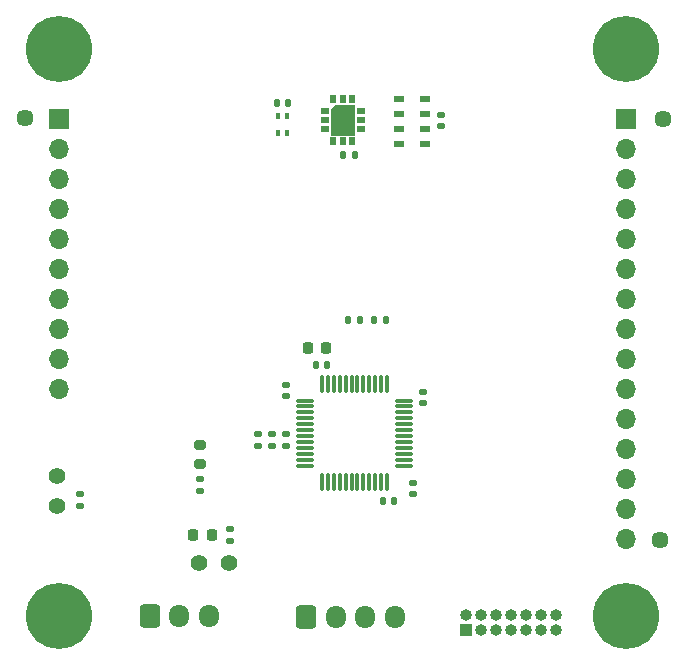
<source format=gbr>
%TF.GenerationSoftware,KiCad,Pcbnew,9.0.0*%
%TF.CreationDate,2025-02-22T18:12:42-05:00*%
%TF.ProjectId,SensorModuleBreakout,53656e73-6f72-44d6-9f64-756c65427265,rev?*%
%TF.SameCoordinates,Original*%
%TF.FileFunction,Soldermask,Top*%
%TF.FilePolarity,Negative*%
%FSLAX46Y46*%
G04 Gerber Fmt 4.6, Leading zero omitted, Abs format (unit mm)*
G04 Created by KiCad (PCBNEW 9.0.0) date 2025-02-22 18:12:42*
%MOMM*%
%LPD*%
G01*
G04 APERTURE LIST*
G04 Aperture macros list*
%AMRoundRect*
0 Rectangle with rounded corners*
0 $1 Rounding radius*
0 $2 $3 $4 $5 $6 $7 $8 $9 X,Y pos of 4 corners*
0 Add a 4 corners polygon primitive as box body*
4,1,4,$2,$3,$4,$5,$6,$7,$8,$9,$2,$3,0*
0 Add four circle primitives for the rounded corners*
1,1,$1+$1,$2,$3*
1,1,$1+$1,$4,$5*
1,1,$1+$1,$6,$7*
1,1,$1+$1,$8,$9*
0 Add four rect primitives between the rounded corners*
20,1,$1+$1,$2,$3,$4,$5,0*
20,1,$1+$1,$4,$5,$6,$7,0*
20,1,$1+$1,$6,$7,$8,$9,0*
20,1,$1+$1,$8,$9,$2,$3,0*%
G04 Aperture macros list end*
%ADD10C,0.010000*%
%ADD11RoundRect,0.218750X-0.218750X-0.256250X0.218750X-0.256250X0.218750X0.256250X-0.218750X0.256250X0*%
%ADD12R,0.950000X0.550000*%
%ADD13RoundRect,0.250000X-0.600000X-0.725000X0.600000X-0.725000X0.600000X0.725000X-0.600000X0.725000X0*%
%ADD14O,1.700000X1.950000*%
%ADD15RoundRect,0.102000X-0.275000X-0.150000X0.275000X-0.150000X0.275000X0.150000X-0.275000X0.150000X0*%
%ADD16RoundRect,0.102000X-0.150000X-0.275000X0.150000X-0.275000X0.150000X0.275000X-0.150000X0.275000X0*%
%ADD17C,5.600000*%
%ADD18RoundRect,0.075000X-0.662500X-0.075000X0.662500X-0.075000X0.662500X0.075000X-0.662500X0.075000X0*%
%ADD19RoundRect,0.075000X-0.075000X-0.662500X0.075000X-0.662500X0.075000X0.662500X-0.075000X0.662500X0*%
%ADD20RoundRect,0.135000X-0.185000X0.135000X-0.185000X-0.135000X0.185000X-0.135000X0.185000X0.135000X0*%
%ADD21R,0.300000X0.500000*%
%ADD22RoundRect,0.225000X-0.225000X-0.250000X0.225000X-0.250000X0.225000X0.250000X-0.225000X0.250000X0*%
%ADD23RoundRect,0.140000X0.140000X0.170000X-0.140000X0.170000X-0.140000X-0.170000X0.140000X-0.170000X0*%
%ADD24RoundRect,0.135000X-0.135000X-0.185000X0.135000X-0.185000X0.135000X0.185000X-0.135000X0.185000X0*%
%ADD25C,1.448000*%
%ADD26RoundRect,0.140000X-0.170000X0.140000X-0.170000X-0.140000X0.170000X-0.140000X0.170000X0.140000X0*%
%ADD27R,1.700000X1.700000*%
%ADD28O,1.700000X1.700000*%
%ADD29C,1.400000*%
%ADD30RoundRect,0.135000X0.185000X-0.135000X0.185000X0.135000X-0.185000X0.135000X-0.185000X-0.135000X0*%
%ADD31RoundRect,0.135000X0.135000X0.185000X-0.135000X0.185000X-0.135000X-0.185000X0.135000X-0.185000X0*%
%ADD32RoundRect,0.200000X-0.275000X0.200000X-0.275000X-0.200000X0.275000X-0.200000X0.275000X0.200000X0*%
%ADD33RoundRect,0.140000X-0.140000X-0.170000X0.140000X-0.170000X0.140000X0.170000X-0.140000X0.170000X0*%
%ADD34RoundRect,0.140000X0.170000X-0.140000X0.170000X0.140000X-0.170000X0.140000X-0.170000X-0.140000X0*%
%ADD35R,1.000000X1.000000*%
%ADD36O,1.000000X1.000000*%
G04 APERTURE END LIST*
D10*
%TO.C,U3*%
X131000000Y-63250000D02*
X129000000Y-63250000D01*
X129000000Y-61108581D01*
X129358581Y-60750000D01*
X131000000Y-60750000D01*
X131000000Y-63250000D01*
G36*
X131000000Y-63250000D02*
G01*
X129000000Y-63250000D01*
X129000000Y-61108581D01*
X129358581Y-60750000D01*
X131000000Y-60750000D01*
X131000000Y-63250000D01*
G37*
%TD*%
D11*
%TO.C,D1*%
X118900000Y-97100000D03*
X117325000Y-97100000D03*
%TD*%
D12*
%TO.C,U5*%
X136950000Y-64000000D03*
X136950000Y-62750000D03*
X136950000Y-61500000D03*
X136950000Y-60250000D03*
X134800000Y-60250000D03*
X134800000Y-61500000D03*
X134800000Y-62750000D03*
X134800000Y-64000000D03*
%TD*%
D13*
%TO.C,J5*%
X126920000Y-104075000D03*
D14*
X129420000Y-104075000D03*
X131920000Y-104075000D03*
X134420000Y-104075000D03*
%TD*%
D15*
%TO.C,U3*%
X128475000Y-61200000D03*
X128475000Y-62000000D03*
X128475000Y-62800000D03*
D16*
X129200000Y-63775000D03*
X130000000Y-63775000D03*
X130800000Y-63775000D03*
D15*
X131525000Y-62800000D03*
X131525000Y-62000000D03*
X131525000Y-61200000D03*
D16*
X130800000Y-60225000D03*
X130000000Y-60225000D03*
X129200000Y-60225000D03*
%TD*%
D17*
%TO.C,H2*%
X154000000Y-56000000D03*
%TD*%
D18*
%TO.C,U1*%
X126837500Y-85750000D03*
X126837500Y-86250000D03*
X126837500Y-86750000D03*
X126837500Y-87250000D03*
X126837500Y-87750000D03*
X126837500Y-88250000D03*
X126837500Y-88750000D03*
X126837500Y-89250000D03*
X126837500Y-89750000D03*
X126837500Y-90250000D03*
X126837500Y-90750000D03*
X126837500Y-91250000D03*
D19*
X128250000Y-92662500D03*
X128750000Y-92662500D03*
X129250000Y-92662500D03*
X129750000Y-92662500D03*
X130250000Y-92662500D03*
X130750000Y-92662500D03*
X131250000Y-92662500D03*
X131750000Y-92662500D03*
X132250000Y-92662500D03*
X132750000Y-92662500D03*
X133250000Y-92662500D03*
X133750000Y-92662500D03*
D18*
X135162500Y-91250000D03*
X135162500Y-90750000D03*
X135162500Y-90250000D03*
X135162500Y-89750000D03*
X135162500Y-89250000D03*
X135162500Y-88750000D03*
X135162500Y-88250000D03*
X135162500Y-87750000D03*
X135162500Y-87250000D03*
X135162500Y-86750000D03*
X135162500Y-86250000D03*
X135162500Y-85750000D03*
D19*
X133750000Y-84337500D03*
X133250000Y-84337500D03*
X132750000Y-84337500D03*
X132250000Y-84337500D03*
X131750000Y-84337500D03*
X131250000Y-84337500D03*
X130750000Y-84337500D03*
X130250000Y-84337500D03*
X129750000Y-84337500D03*
X129250000Y-84337500D03*
X128750000Y-84337500D03*
X128250000Y-84337500D03*
%TD*%
D20*
%TO.C,R6*%
X120500000Y-96590000D03*
X120500000Y-97610000D03*
%TD*%
D21*
%TO.C,U2*%
X124525000Y-63100000D03*
X125325000Y-63100000D03*
X125325000Y-61700000D03*
X124525000Y-61700000D03*
%TD*%
D22*
%TO.C,C1*%
X127025000Y-81300000D03*
X128575000Y-81300000D03*
%TD*%
D17*
%TO.C,H3*%
X106000000Y-104000000D03*
%TD*%
D23*
%TO.C,C4*%
X134380000Y-94250000D03*
X133420000Y-94250000D03*
%TD*%
D24*
%TO.C,R2*%
X132650000Y-78900000D03*
X133670000Y-78900000D03*
%TD*%
D20*
%TO.C,R5*%
X117950000Y-92390000D03*
X117950000Y-93410000D03*
%TD*%
D25*
%TO.C,REF\u002A\u002A*%
X157150000Y-61950000D03*
%TD*%
D26*
%TO.C,C12*%
X135950000Y-92720000D03*
X135950000Y-93680000D03*
%TD*%
D27*
%TO.C,J2*%
X106000000Y-61920000D03*
D28*
X106000000Y-64460000D03*
X106000000Y-67000000D03*
X106000000Y-69540000D03*
X106000000Y-72080000D03*
X106000000Y-74620000D03*
X106000000Y-77160000D03*
X106000000Y-79700000D03*
X106000000Y-82240000D03*
X106000000Y-84780000D03*
%TD*%
D29*
%TO.C,JP2*%
X120350000Y-99500000D03*
X117810000Y-99500000D03*
%TD*%
D25*
%TO.C,REF\u002A\u002A*%
X103100000Y-61850000D03*
%TD*%
D17*
%TO.C,H4*%
X154000000Y-104000000D03*
%TD*%
D30*
%TO.C,R1*%
X107800000Y-94660000D03*
X107800000Y-93640000D03*
%TD*%
D31*
%TO.C,R3*%
X131470000Y-78900000D03*
X130450000Y-78900000D03*
%TD*%
D32*
%TO.C,R4*%
X117950000Y-89475000D03*
X117950000Y-91125000D03*
%TD*%
D17*
%TO.C,H1*%
X106000000Y-56000000D03*
%TD*%
D33*
%TO.C,C2*%
X127720000Y-82700000D03*
X128680000Y-82700000D03*
%TD*%
D34*
%TO.C,C8*%
X122800000Y-89580000D03*
X122800000Y-88620000D03*
%TD*%
D25*
%TO.C,REF\u002A\u002A*%
X156900000Y-97550000D03*
%TD*%
D23*
%TO.C,C10*%
X131005000Y-65000000D03*
X130045000Y-65000000D03*
%TD*%
D35*
%TO.C,STLink*%
X140430000Y-105150000D03*
D36*
X140430000Y-103880000D03*
X141700000Y-105150000D03*
X141700000Y-103880000D03*
X142970000Y-105150000D03*
X142970000Y-103880000D03*
X144240000Y-105150000D03*
X144240000Y-103880000D03*
X145510000Y-105150000D03*
X145510000Y-103880000D03*
X146780000Y-105150000D03*
X146780000Y-103880000D03*
X148050000Y-105150000D03*
X148050000Y-103880000D03*
%TD*%
D27*
%TO.C,J3*%
X154000000Y-61920000D03*
D28*
X154000000Y-64460000D03*
X154000000Y-67000000D03*
X154000000Y-69540000D03*
X154000000Y-72080000D03*
X154000000Y-74620000D03*
X154000000Y-77160000D03*
X154000000Y-79700000D03*
X154000000Y-82240000D03*
X154000000Y-84780000D03*
X154000000Y-87320000D03*
X154000000Y-89860000D03*
X154000000Y-92400000D03*
X154000000Y-94940000D03*
X154000000Y-97480000D03*
%TD*%
D13*
%TO.C,J4*%
X113670000Y-104000000D03*
D14*
X116170000Y-104000000D03*
X118670000Y-104000000D03*
%TD*%
D29*
%TO.C,JP1*%
X105850000Y-92100000D03*
X105850000Y-94640000D03*
%TD*%
D26*
%TO.C,C3*%
X136800000Y-85020000D03*
X136800000Y-85980000D03*
%TD*%
D34*
%TO.C,C7*%
X124000000Y-89580000D03*
X124000000Y-88620000D03*
%TD*%
%TO.C,C11*%
X138325000Y-62527500D03*
X138325000Y-61567500D03*
%TD*%
%TO.C,C6*%
X125200000Y-89580000D03*
X125200000Y-88620000D03*
%TD*%
%TO.C,C5*%
X125200000Y-85380000D03*
X125200000Y-84420000D03*
%TD*%
D23*
%TO.C,C9*%
X125405000Y-60600000D03*
X124445000Y-60600000D03*
%TD*%
M02*

</source>
